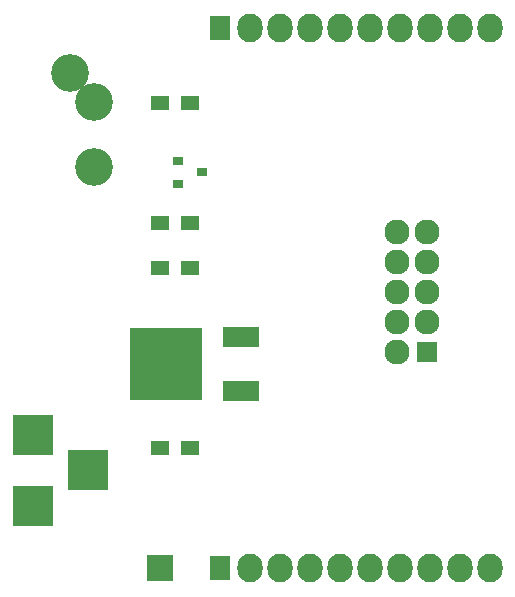
<source format=gbr>
G04 #@! TF.GenerationSoftware,KiCad,Pcbnew,5.0.0-rc2*
G04 #@! TF.CreationDate,2018-12-06T01:23:10-05:00*
G04 #@! TF.ProjectId,msp_shield,6D73705F736869656C642E6B69636164,rev?*
G04 #@! TF.SameCoordinates,Original*
G04 #@! TF.FileFunction,Soldermask,Top*
G04 #@! TF.FilePolarity,Negative*
%FSLAX46Y46*%
G04 Gerber Fmt 4.6, Leading zero omitted, Abs format (unit mm)*
G04 Created by KiCad (PCBNEW 5.0.0-rc2) date Thu Dec  6 01:23:10 2018*
%MOMM*%
%LPD*%
G01*
G04 APERTURE LIST*
%ADD10R,2.235200X2.235200*%
%ADD11R,1.500000X1.250000*%
%ADD12R,3.500120X3.500120*%
%ADD13C,3.200000*%
%ADD14R,1.727200X2.032000*%
%ADD15O,2.127200X2.432000*%
%ADD16R,1.727200X1.727200*%
%ADD17O,2.127200X2.127200*%
%ADD18R,3.048000X1.651000*%
%ADD19R,6.096000X6.096000*%
%ADD20R,0.900000X0.800000*%
G04 APERTURE END LIST*
D10*
G04 #@! TO.C,P3*
X131426646Y-111804226D03*
G04 #@! TD*
D11*
G04 #@! TO.C,C1*
X131446646Y-101644226D03*
X133946646Y-101644226D03*
G04 #@! TD*
G04 #@! TO.C,C2*
X131446646Y-86404226D03*
X133946646Y-86404226D03*
G04 #@! TD*
G04 #@! TO.C,C3*
X133946646Y-82594226D03*
X131446646Y-82594226D03*
G04 #@! TD*
G04 #@! TO.C,C4*
X131426646Y-72434226D03*
X133926646Y-72434226D03*
G04 #@! TD*
D12*
G04 #@! TO.C,CON1*
X120650000Y-100479860D03*
X120650000Y-106479340D03*
X125349000Y-103479600D03*
G04 #@! TD*
D13*
G04 #@! TO.C,J1*
X123806646Y-69894226D03*
X125806646Y-72294226D03*
X125806646Y-77794226D03*
G04 #@! TD*
D14*
G04 #@! TO.C,P1*
X136506646Y-111804226D03*
D15*
X139046646Y-111804226D03*
X141586646Y-111804226D03*
X144126646Y-111804226D03*
X146666646Y-111804226D03*
X149206646Y-111804226D03*
X151746646Y-111804226D03*
X154286646Y-111804226D03*
X156826646Y-111804226D03*
X159366646Y-111804226D03*
G04 #@! TD*
G04 #@! TO.C,P2*
X159366646Y-66084226D03*
X156826646Y-66084226D03*
X154286646Y-66084226D03*
X151746646Y-66084226D03*
X149206646Y-66084226D03*
X146666646Y-66084226D03*
X144126646Y-66084226D03*
X141586646Y-66084226D03*
X139046646Y-66084226D03*
D14*
X136506646Y-66084226D03*
G04 #@! TD*
D16*
G04 #@! TO.C,P4*
X154032646Y-93516226D03*
D17*
X151492646Y-93516226D03*
X154032646Y-90976226D03*
X151492646Y-90976226D03*
X154032646Y-88436226D03*
X151492646Y-88436226D03*
X154032646Y-85896226D03*
X151492646Y-85896226D03*
X154032646Y-83356226D03*
X151492646Y-83356226D03*
G04 #@! TD*
D18*
G04 #@! TO.C,U1*
X138284646Y-96818226D03*
D19*
X131934646Y-94532226D03*
D18*
X138284646Y-92246226D03*
G04 #@! TD*
D20*
G04 #@! TO.C,U2*
X132966646Y-77326226D03*
X132966646Y-79226226D03*
X134966646Y-78276226D03*
G04 #@! TD*
M02*

</source>
